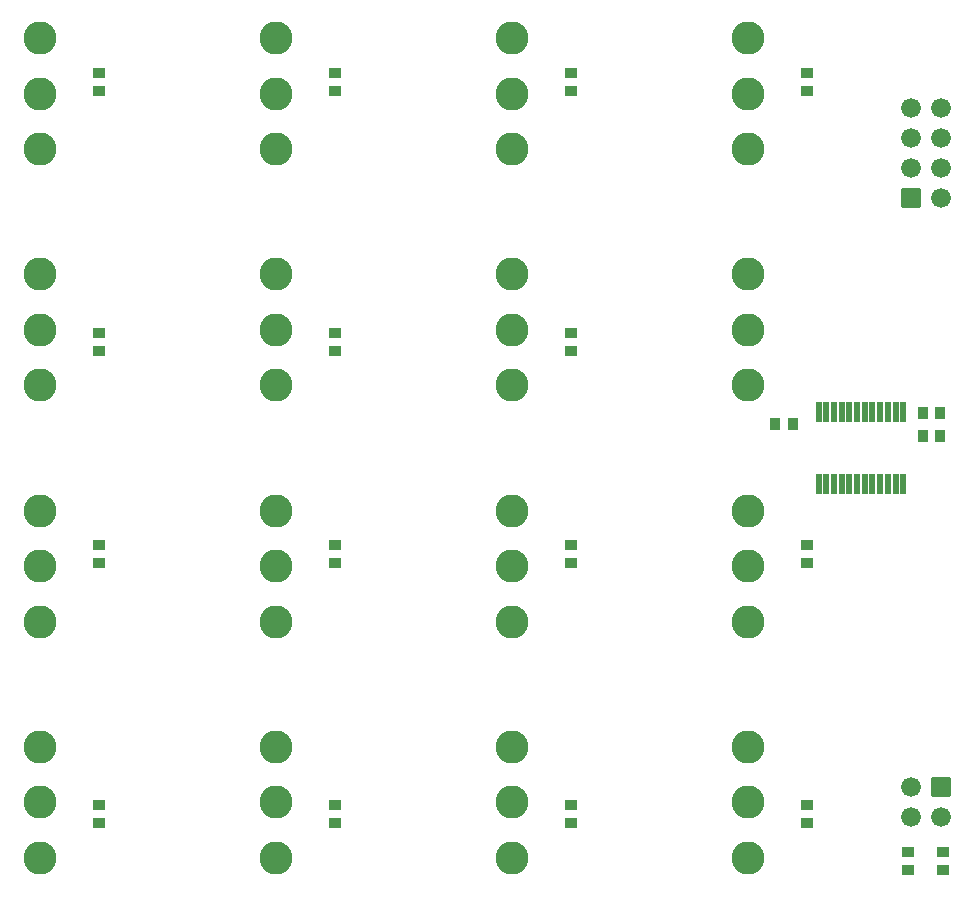
<source format=gbs>
G04 Layer: BottomSolderMaskLayer*
G04 EasyEDA v6.5.20, 2023-08-27 05:19:39*
G04 a67cddfb3fce44daa9051d46cbbcc19f,10*
G04 Gerber Generator version 0.2*
G04 Scale: 100 percent, Rotated: No, Reflected: No *
G04 Dimensions in millimeters *
G04 leading zeros omitted , absolute positions ,4 integer and 5 decimal *
%FSLAX45Y45*%
%MOMM*%

%AMMACRO1*1,1,$1,$2,$3*1,1,$1,$4,$5*1,1,$1,0-$2,0-$3*1,1,$1,0-$4,0-$5*20,1,$1,$2,$3,$4,$5,0*20,1,$1,$4,$5,0-$2,0-$3,0*20,1,$1,0-$2,0-$3,0-$4,0-$5,0*20,1,$1,0-$4,0-$5,$2,$3,0*4,1,4,$2,$3,$4,$5,0-$2,0-$3,0-$4,0-$5,$2,$3,0*%
%ADD10MACRO1,0.1016X0.4X0.45X-0.4X0.45*%
%ADD11MACRO1,0.1016X-0.432X-0.4032X0.432X-0.4032*%
%ADD12MACRO1,0.1016X-0.432X0.4032X0.432X0.4032*%
%ADD13MACRO1,0.1016X0.432X0.4032X-0.432X0.4032*%
%ADD14MACRO1,0.1016X0.432X-0.4032X-0.432X-0.4032*%
%ADD15MACRO1,0.1016X0.4032X-0.432X0.4032X0.432*%
%ADD16MACRO1,0.1016X-0.4032X-0.432X-0.4032X0.432*%
%ADD17C,2.8016*%
%ADD18MACRO1,0.1016X-0.7874X0.7874X-0.7874X-0.7874*%
%ADD19C,1.6764*%
%ADD20MACRO1,0.1016X0.2X0.825X-0.2X0.825*%
%ADD21MACRO1,0.1016X0.7874X-0.7874X0.7874X0.7874*%

%LPD*%
D10*
G01*
X9479981Y5799988D03*
G01*
X9619980Y5799988D03*
D11*
G01*
X2499994Y8675307D03*
D12*
G01*
X2499994Y8524657D03*
D11*
G01*
X4499990Y8675307D03*
D12*
G01*
X4499990Y8524657D03*
D11*
G01*
X6499987Y8675307D03*
D12*
G01*
X6499987Y8524657D03*
D11*
G01*
X8499983Y8675307D03*
D12*
G01*
X8499983Y8524657D03*
D13*
G01*
X2499994Y6324662D03*
D14*
G01*
X2499994Y6475312D03*
D13*
G01*
X4499990Y6324662D03*
D14*
G01*
X4499990Y6475312D03*
D13*
G01*
X6499987Y6324662D03*
D14*
G01*
X6499987Y6475312D03*
D15*
G01*
X8224658Y5699988D03*
D16*
G01*
X8375308Y5699988D03*
D17*
G01*
X1999990Y8029983D03*
G01*
X1999990Y8499985D03*
G01*
X1999990Y8969987D03*
G01*
X3999991Y8029978D03*
G01*
X3999991Y8499980D03*
G01*
X3999991Y8969982D03*
G01*
X5999982Y8029983D03*
G01*
X5999982Y8499985D03*
G01*
X5999982Y8969987D03*
G01*
X7999978Y8029983D03*
G01*
X7999978Y8499985D03*
G01*
X7999978Y8969987D03*
G01*
X1999990Y6029987D03*
G01*
X1999990Y6499989D03*
G01*
X1999990Y6969991D03*
G01*
X3999986Y6029987D03*
G01*
X3999986Y6499989D03*
G01*
X3999986Y6969991D03*
G01*
X5999982Y6029987D03*
G01*
X5999982Y6499989D03*
G01*
X5999982Y6969991D03*
G01*
X7999978Y6029987D03*
G01*
X7999978Y6499989D03*
G01*
X7999978Y6969991D03*
D11*
G01*
X2499994Y4675315D03*
D12*
G01*
X2499994Y4524665D03*
D11*
G01*
X4499990Y4675315D03*
D12*
G01*
X4499990Y4524665D03*
D11*
G01*
X6499987Y4675315D03*
D12*
G01*
X6499987Y4524665D03*
D11*
G01*
X8499983Y4675315D03*
D12*
G01*
X8499983Y4524665D03*
D13*
G01*
X2499994Y2324670D03*
D14*
G01*
X2499994Y2475320D03*
D13*
G01*
X4499990Y2324670D03*
D14*
G01*
X4499990Y2475320D03*
D13*
G01*
X6499987Y2324670D03*
D14*
G01*
X6499987Y2475320D03*
D13*
G01*
X8499983Y2324670D03*
D14*
G01*
X8499983Y2475320D03*
D17*
G01*
X1999990Y4029991D03*
G01*
X1999990Y4499993D03*
G01*
X1999990Y4969995D03*
G01*
X3999986Y4029991D03*
G01*
X3999986Y4499993D03*
G01*
X3999986Y4969995D03*
G01*
X5999982Y4029991D03*
G01*
X5999982Y4499993D03*
G01*
X5999982Y4969995D03*
G01*
X7999978Y4029991D03*
G01*
X7999978Y4499993D03*
G01*
X7999978Y4969995D03*
G01*
X1999990Y2029995D03*
G01*
X1999990Y2499997D03*
G01*
X1999990Y2969999D03*
G01*
X3999986Y2029995D03*
G01*
X3999986Y2499997D03*
G01*
X3999986Y2969999D03*
G01*
X5999982Y2029995D03*
G01*
X5999982Y2499997D03*
G01*
X5999982Y2969999D03*
G01*
X7999978Y2029995D03*
G01*
X7999978Y2499997D03*
G01*
X7999978Y2969999D03*
D18*
G01*
X9626980Y2626994D03*
D19*
G01*
X9372981Y2626995D03*
G01*
X9626981Y2372995D03*
G01*
X9372981Y2372995D03*
D13*
G01*
X9349981Y1924671D03*
D14*
G01*
X9349981Y2075320D03*
D15*
G01*
X9474655Y5599988D03*
D16*
G01*
X9625305Y5599988D03*
D20*
G01*
X8985636Y5197729D03*
G01*
X9050634Y5197726D03*
G01*
X9115633Y5197726D03*
G01*
X9180631Y5197726D03*
G01*
X9245630Y5197726D03*
G01*
X9310629Y5197726D03*
G01*
X8920637Y5197726D03*
G01*
X8595644Y5197726D03*
G01*
X8660643Y5197726D03*
G01*
X8725641Y5197726D03*
G01*
X8790640Y5197726D03*
G01*
X8855638Y5197726D03*
G01*
X9050634Y5802246D03*
G01*
X9115633Y5802246D03*
G01*
X9180631Y5802246D03*
G01*
X9245630Y5802246D03*
G01*
X9310629Y5802246D03*
G01*
X8985636Y5802246D03*
G01*
X8595644Y5802246D03*
G01*
X8660643Y5802246D03*
G01*
X8725641Y5802246D03*
G01*
X8790640Y5802246D03*
G01*
X8855638Y5802246D03*
G01*
X8920637Y5802243D03*
D21*
G01*
X9372980Y7618984D03*
D19*
G01*
X9626981Y7618984D03*
G01*
X9372981Y7872984D03*
G01*
X9626981Y7872984D03*
G01*
X9372981Y8126984D03*
G01*
X9626981Y8126984D03*
G01*
X9372981Y8380984D03*
G01*
X9626981Y8380984D03*
D13*
G01*
X9649980Y1924671D03*
D14*
G01*
X9649980Y2075320D03*
M02*

</source>
